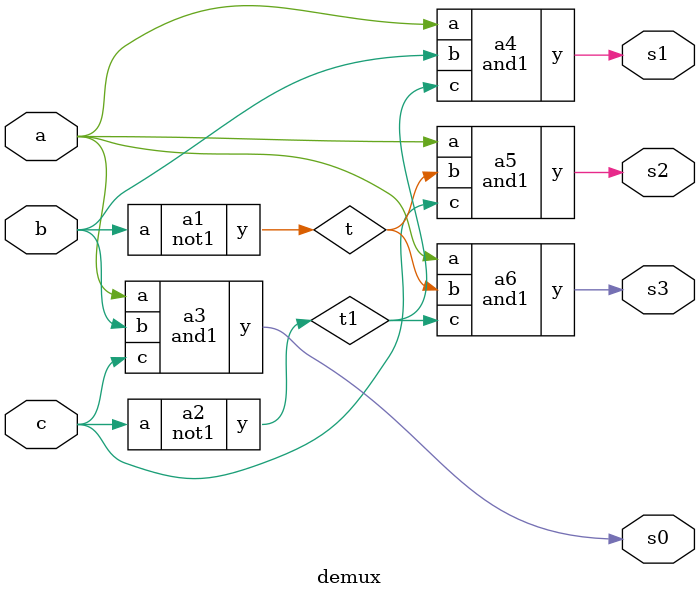
<source format=v>
module not1 (input wire a, output wire y);
assign y =! a;
endmodule

module and1(input wire a, b, c, output wire y);
assign y = a&b&c;
endmodule


module demux(input wire a,b,c, output wire s0, s1, s2, s3);
wire t,t1;
not1 a1(b,t);
not1 a2(c,t1);
and1 a3(a, b, c, s0);
and1 a4(a, b, t1, s1);
and1 a5(a, t, c, s2);
and1 a6(a, t, t1, s3);
endmodule

</source>
